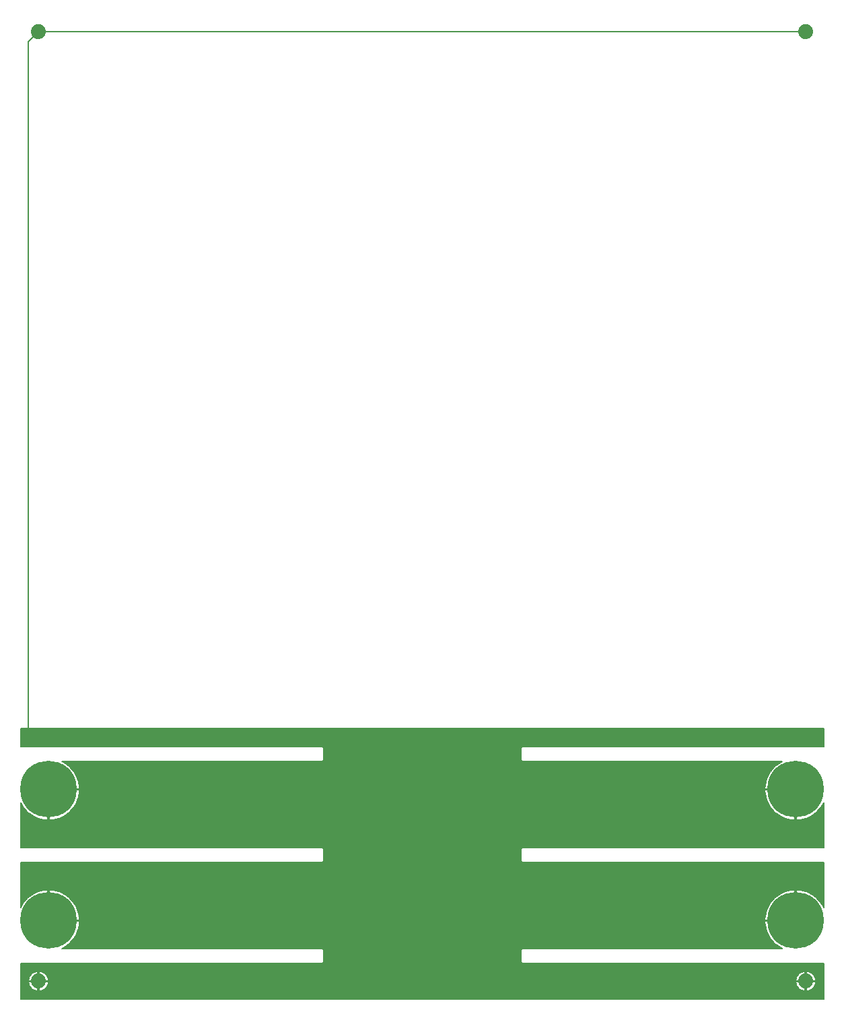
<source format=gbl>
G75*
%MOIN*%
%OFA0B0*%
%FSLAX25Y25*%
%IPPOS*%
%LPD*%
%AMOC8*
5,1,8,0,0,1.08239X$1,22.5*
%
%ADD10C,0.07400*%
%ADD11C,0.28000*%
%ADD12C,0.00600*%
D10*
X0011300Y0011300D03*
X0391300Y0011300D03*
X0391300Y0481300D03*
X0011300Y0481300D03*
D11*
X0016300Y0106300D03*
X0016300Y0041300D03*
X0386300Y0041300D03*
X0386300Y0106300D03*
D12*
X0002500Y0020100D02*
X0002500Y0002500D01*
X0400100Y0002500D01*
X0400100Y0020100D01*
X0250803Y0020100D01*
X0250100Y0020803D01*
X0250100Y0026797D01*
X0250803Y0027500D01*
X0379661Y0027500D01*
X0378425Y0028161D01*
X0377175Y0028996D01*
X0376013Y0029950D01*
X0374950Y0031013D01*
X0373996Y0032175D01*
X0373161Y0033425D01*
X0372452Y0034751D01*
X0371877Y0036139D01*
X0371441Y0037578D01*
X0371147Y0039052D01*
X0371000Y0040548D01*
X0371000Y0041000D01*
X0386000Y0041000D01*
X0386000Y0041600D01*
X0386000Y0056600D01*
X0385548Y0056600D01*
X0384052Y0056453D01*
X0382578Y0056159D01*
X0381139Y0055723D01*
X0379751Y0055148D01*
X0378425Y0054439D01*
X0377175Y0053604D01*
X0376013Y0052650D01*
X0374950Y0051587D01*
X0373996Y0050425D01*
X0373161Y0049175D01*
X0372452Y0047849D01*
X0371877Y0046461D01*
X0371441Y0045022D01*
X0371147Y0043548D01*
X0371000Y0042052D01*
X0371000Y0041600D01*
X0386000Y0041600D01*
X0386600Y0041600D01*
X0386600Y0056600D01*
X0387052Y0056600D01*
X0388548Y0056453D01*
X0390022Y0056159D01*
X0391461Y0055723D01*
X0392849Y0055148D01*
X0394175Y0054439D01*
X0395425Y0053604D01*
X0396587Y0052650D01*
X0397650Y0051587D01*
X0398604Y0050425D01*
X0399439Y0049175D01*
X0400100Y0047939D01*
X0400100Y0070100D01*
X0250803Y0070100D01*
X0250100Y0070803D01*
X0250100Y0076797D01*
X0250803Y0077500D01*
X0400100Y0077500D01*
X0400100Y0099661D01*
X0399439Y0098425D01*
X0398604Y0097175D01*
X0397650Y0096013D01*
X0396587Y0094950D01*
X0395425Y0093996D01*
X0394175Y0093161D01*
X0392849Y0092452D01*
X0391461Y0091877D01*
X0390022Y0091441D01*
X0388548Y0091147D01*
X0387052Y0091000D01*
X0386600Y0091000D01*
X0386600Y0106000D01*
X0386000Y0106000D01*
X0371000Y0106000D01*
X0371000Y0105548D01*
X0371147Y0104052D01*
X0371441Y0102578D01*
X0371877Y0101139D01*
X0372452Y0099751D01*
X0373161Y0098425D01*
X0373996Y0097175D01*
X0374950Y0096013D01*
X0376013Y0094950D01*
X0377175Y0093996D01*
X0378425Y0093161D01*
X0379751Y0092452D01*
X0381139Y0091877D01*
X0382578Y0091441D01*
X0384052Y0091147D01*
X0385548Y0091000D01*
X0386000Y0091000D01*
X0386000Y0106000D01*
X0386000Y0106600D01*
X0371000Y0106600D01*
X0371000Y0107052D01*
X0371147Y0108548D01*
X0371441Y0110022D01*
X0371877Y0111461D01*
X0372452Y0112849D01*
X0373161Y0114175D01*
X0373996Y0115425D01*
X0374950Y0116587D01*
X0376013Y0117650D01*
X0377175Y0118604D01*
X0378425Y0119439D01*
X0379661Y0120100D01*
X0250803Y0120100D01*
X0250100Y0120803D01*
X0250100Y0126797D01*
X0250803Y0127500D01*
X0400100Y0127500D01*
X0400100Y0136300D01*
X0002500Y0136300D01*
X0002500Y0127500D01*
X0151797Y0127500D01*
X0152500Y0126797D01*
X0152500Y0120803D01*
X0151797Y0120100D01*
X0022939Y0120100D01*
X0024175Y0119439D01*
X0025425Y0118604D01*
X0026587Y0117650D01*
X0027650Y0116587D01*
X0028604Y0115425D01*
X0029439Y0114175D01*
X0030148Y0112849D01*
X0030723Y0111461D01*
X0031159Y0110022D01*
X0031453Y0108548D01*
X0031600Y0107052D01*
X0031600Y0106600D01*
X0016600Y0106600D01*
X0016600Y0106000D01*
X0031600Y0106000D01*
X0031600Y0105548D01*
X0031453Y0104052D01*
X0031159Y0102578D01*
X0030723Y0101139D01*
X0030148Y0099751D01*
X0029439Y0098425D01*
X0028604Y0097175D01*
X0027650Y0096013D01*
X0026587Y0094950D01*
X0025425Y0093996D01*
X0024175Y0093161D01*
X0022849Y0092452D01*
X0021461Y0091877D01*
X0020022Y0091441D01*
X0018548Y0091147D01*
X0017052Y0091000D01*
X0016600Y0091000D01*
X0016600Y0106000D01*
X0016000Y0106000D01*
X0016000Y0091000D01*
X0015548Y0091000D01*
X0014052Y0091147D01*
X0012578Y0091441D01*
X0011139Y0091877D01*
X0009751Y0092452D01*
X0008425Y0093161D01*
X0007175Y0093996D01*
X0006013Y0094950D01*
X0004950Y0096013D01*
X0003996Y0097175D01*
X0003161Y0098425D01*
X0002500Y0099661D01*
X0002500Y0077500D01*
X0151797Y0077500D01*
X0152500Y0076797D01*
X0152500Y0070803D01*
X0151797Y0070100D01*
X0002500Y0070100D01*
X0002500Y0047939D01*
X0003161Y0049175D01*
X0003996Y0050425D01*
X0004950Y0051587D01*
X0006013Y0052650D01*
X0007175Y0053604D01*
X0008425Y0054439D01*
X0009751Y0055148D01*
X0011139Y0055723D01*
X0012578Y0056159D01*
X0014052Y0056453D01*
X0015548Y0056600D01*
X0016000Y0056600D01*
X0016000Y0041600D01*
X0016600Y0041600D01*
X0016600Y0056600D01*
X0017052Y0056600D01*
X0018548Y0056453D01*
X0020022Y0056159D01*
X0021461Y0055723D01*
X0022849Y0055148D01*
X0024175Y0054439D01*
X0025425Y0053604D01*
X0026587Y0052650D01*
X0027650Y0051587D01*
X0028604Y0050425D01*
X0029439Y0049175D01*
X0030148Y0047849D01*
X0030723Y0046461D01*
X0031159Y0045022D01*
X0031453Y0043548D01*
X0031600Y0042052D01*
X0031600Y0041600D01*
X0016600Y0041600D01*
X0016600Y0041000D01*
X0031600Y0041000D01*
X0031600Y0040548D01*
X0031453Y0039052D01*
X0031159Y0037578D01*
X0030723Y0036139D01*
X0030148Y0034751D01*
X0029439Y0033425D01*
X0028604Y0032175D01*
X0027650Y0031013D01*
X0026587Y0029950D01*
X0025425Y0028996D01*
X0024175Y0028161D01*
X0022939Y0027500D01*
X0151797Y0027500D01*
X0152500Y0026797D01*
X0152500Y0020803D01*
X0151797Y0020100D01*
X0002500Y0020100D01*
X0002500Y0019854D02*
X0400100Y0019854D01*
X0400100Y0019255D02*
X0002500Y0019255D01*
X0002500Y0018657D02*
X0400100Y0018657D01*
X0400100Y0018058D02*
X0002500Y0018058D01*
X0002500Y0017460D02*
X0400100Y0017460D01*
X0400100Y0016861D02*
X0002500Y0016861D01*
X0002500Y0016263D02*
X0010672Y0016263D01*
X0010906Y0016300D02*
X0010129Y0016177D01*
X0009381Y0015934D01*
X0008679Y0015576D01*
X0008043Y0015114D01*
X0007486Y0014557D01*
X0007024Y0013921D01*
X0006666Y0013219D01*
X0006423Y0012471D01*
X0006300Y0011694D01*
X0006300Y0011600D01*
X0011000Y0011600D01*
X0011000Y0016300D01*
X0010906Y0016300D01*
X0011000Y0016263D02*
X0011600Y0016263D01*
X0011600Y0016300D02*
X0011600Y0011600D01*
X0011000Y0011600D01*
X0011000Y0011000D01*
X0006300Y0011000D01*
X0006300Y0010906D01*
X0006423Y0010129D01*
X0006666Y0009381D01*
X0007024Y0008679D01*
X0007486Y0008043D01*
X0008043Y0007486D01*
X0008679Y0007024D01*
X0009381Y0006666D01*
X0010129Y0006423D01*
X0010906Y0006300D01*
X0011000Y0006300D01*
X0011000Y0011000D01*
X0011600Y0011000D01*
X0011600Y0011600D01*
X0016300Y0011600D01*
X0016300Y0011694D01*
X0016177Y0012471D01*
X0015934Y0013219D01*
X0015576Y0013921D01*
X0015114Y0014557D01*
X0014557Y0015114D01*
X0013921Y0015576D01*
X0013219Y0015934D01*
X0012471Y0016177D01*
X0011694Y0016300D01*
X0011600Y0016300D01*
X0011928Y0016263D02*
X0390672Y0016263D01*
X0390906Y0016300D02*
X0390129Y0016177D01*
X0389381Y0015934D01*
X0388679Y0015576D01*
X0388043Y0015114D01*
X0387486Y0014557D01*
X0387024Y0013921D01*
X0386666Y0013219D01*
X0386423Y0012471D01*
X0386300Y0011694D01*
X0386300Y0011600D01*
X0391000Y0011600D01*
X0391000Y0016300D01*
X0390906Y0016300D01*
X0391000Y0016263D02*
X0391600Y0016263D01*
X0391600Y0016300D02*
X0391600Y0011600D01*
X0391000Y0011600D01*
X0391000Y0011000D01*
X0386300Y0011000D01*
X0386300Y0010906D01*
X0386423Y0010129D01*
X0386666Y0009381D01*
X0387024Y0008679D01*
X0387486Y0008043D01*
X0388043Y0007486D01*
X0388679Y0007024D01*
X0389381Y0006666D01*
X0390129Y0006423D01*
X0390906Y0006300D01*
X0391000Y0006300D01*
X0391000Y0011000D01*
X0391600Y0011000D01*
X0391600Y0011600D01*
X0396300Y0011600D01*
X0396300Y0011694D01*
X0396177Y0012471D01*
X0395934Y0013219D01*
X0395576Y0013921D01*
X0395114Y0014557D01*
X0394557Y0015114D01*
X0393921Y0015576D01*
X0393219Y0015934D01*
X0392471Y0016177D01*
X0391694Y0016300D01*
X0391600Y0016300D01*
X0391928Y0016263D02*
X0400100Y0016263D01*
X0400100Y0015664D02*
X0393748Y0015664D01*
X0394605Y0015066D02*
X0400100Y0015066D01*
X0400100Y0014467D02*
X0395179Y0014467D01*
X0395603Y0013869D02*
X0400100Y0013869D01*
X0400100Y0013270D02*
X0395908Y0013270D01*
X0396112Y0012672D02*
X0400100Y0012672D01*
X0400100Y0012073D02*
X0396240Y0012073D01*
X0396300Y0011000D02*
X0391600Y0011000D01*
X0391600Y0006300D01*
X0391694Y0006300D01*
X0392471Y0006423D01*
X0393219Y0006666D01*
X0393921Y0007024D01*
X0394557Y0007486D01*
X0395114Y0008043D01*
X0395576Y0008679D01*
X0395934Y0009381D01*
X0396177Y0010129D01*
X0396300Y0010906D01*
X0396300Y0011000D01*
X0396295Y0010876D02*
X0400100Y0010876D01*
X0400100Y0010278D02*
X0396200Y0010278D01*
X0396031Y0009679D02*
X0400100Y0009679D01*
X0400100Y0009081D02*
X0395781Y0009081D01*
X0395433Y0008482D02*
X0400100Y0008482D01*
X0400100Y0007884D02*
X0394955Y0007884D01*
X0394280Y0007285D02*
X0400100Y0007285D01*
X0400100Y0006687D02*
X0393259Y0006687D01*
X0391600Y0006687D02*
X0391000Y0006687D01*
X0391000Y0007285D02*
X0391600Y0007285D01*
X0391600Y0007884D02*
X0391000Y0007884D01*
X0391000Y0008482D02*
X0391600Y0008482D01*
X0391600Y0009081D02*
X0391000Y0009081D01*
X0391000Y0009679D02*
X0391600Y0009679D01*
X0391600Y0010278D02*
X0391000Y0010278D01*
X0391000Y0010876D02*
X0391600Y0010876D01*
X0391600Y0011475D02*
X0400100Y0011475D01*
X0400100Y0006088D02*
X0002500Y0006088D01*
X0002500Y0005490D02*
X0400100Y0005490D01*
X0400100Y0004891D02*
X0002500Y0004891D01*
X0002500Y0004293D02*
X0400100Y0004293D01*
X0400100Y0003694D02*
X0002500Y0003694D01*
X0002500Y0003096D02*
X0400100Y0003096D01*
X0391600Y0012073D02*
X0391000Y0012073D01*
X0391000Y0011475D02*
X0011600Y0011475D01*
X0011600Y0011000D02*
X0016300Y0011000D01*
X0016300Y0010906D01*
X0016177Y0010129D01*
X0015934Y0009381D01*
X0015576Y0008679D01*
X0015114Y0008043D01*
X0014557Y0007486D01*
X0013921Y0007024D01*
X0013219Y0006666D01*
X0012471Y0006423D01*
X0011694Y0006300D01*
X0011600Y0006300D01*
X0011600Y0011000D01*
X0011600Y0010876D02*
X0011000Y0010876D01*
X0011000Y0010278D02*
X0011600Y0010278D01*
X0011600Y0009679D02*
X0011000Y0009679D01*
X0011000Y0009081D02*
X0011600Y0009081D01*
X0011600Y0008482D02*
X0011000Y0008482D01*
X0011000Y0007884D02*
X0011600Y0007884D01*
X0011600Y0007285D02*
X0011000Y0007285D01*
X0011000Y0006687D02*
X0011600Y0006687D01*
X0013259Y0006687D02*
X0389341Y0006687D01*
X0388319Y0007285D02*
X0014280Y0007285D01*
X0014955Y0007884D02*
X0387645Y0007884D01*
X0387167Y0008482D02*
X0015433Y0008482D01*
X0015781Y0009081D02*
X0386819Y0009081D01*
X0386569Y0009679D02*
X0016031Y0009679D01*
X0016200Y0010278D02*
X0386400Y0010278D01*
X0386305Y0010876D02*
X0016295Y0010876D01*
X0016240Y0012073D02*
X0386360Y0012073D01*
X0386488Y0012672D02*
X0016112Y0012672D01*
X0015908Y0013270D02*
X0386692Y0013270D01*
X0386997Y0013869D02*
X0015603Y0013869D01*
X0015179Y0014467D02*
X0387421Y0014467D01*
X0387995Y0015066D02*
X0014605Y0015066D01*
X0013748Y0015664D02*
X0388852Y0015664D01*
X0391000Y0015664D02*
X0391600Y0015664D01*
X0391600Y0015066D02*
X0391000Y0015066D01*
X0391000Y0014467D02*
X0391600Y0014467D01*
X0391600Y0013869D02*
X0391000Y0013869D01*
X0391000Y0013270D02*
X0391600Y0013270D01*
X0391600Y0012672D02*
X0391000Y0012672D01*
X0379410Y0027634D02*
X0023190Y0027634D01*
X0024283Y0028233D02*
X0378317Y0028233D01*
X0377421Y0028832D02*
X0025179Y0028832D01*
X0025954Y0029430D02*
X0376646Y0029430D01*
X0375934Y0030029D02*
X0026666Y0030029D01*
X0027265Y0030627D02*
X0375335Y0030627D01*
X0374775Y0031226D02*
X0027825Y0031226D01*
X0028316Y0031824D02*
X0374284Y0031824D01*
X0373831Y0032423D02*
X0028769Y0032423D01*
X0029169Y0033021D02*
X0373431Y0033021D01*
X0373057Y0033620D02*
X0029543Y0033620D01*
X0029863Y0034218D02*
X0372737Y0034218D01*
X0372425Y0034817D02*
X0030175Y0034817D01*
X0030423Y0035415D02*
X0372177Y0035415D01*
X0371929Y0036014D02*
X0030671Y0036014D01*
X0030866Y0036612D02*
X0371734Y0036612D01*
X0371552Y0037211D02*
X0031048Y0037211D01*
X0031205Y0037809D02*
X0371395Y0037809D01*
X0371276Y0038408D02*
X0031324Y0038408D01*
X0031443Y0039006D02*
X0371157Y0039006D01*
X0371093Y0039605D02*
X0031507Y0039605D01*
X0031566Y0040203D02*
X0371034Y0040203D01*
X0371000Y0040802D02*
X0031600Y0040802D01*
X0031600Y0041999D02*
X0371000Y0041999D01*
X0371054Y0042597D02*
X0031546Y0042597D01*
X0031487Y0043196D02*
X0371113Y0043196D01*
X0371196Y0043794D02*
X0031404Y0043794D01*
X0031285Y0044393D02*
X0371315Y0044393D01*
X0371435Y0044991D02*
X0031165Y0044991D01*
X0030987Y0045590D02*
X0371613Y0045590D01*
X0371794Y0046188D02*
X0030806Y0046188D01*
X0030588Y0046787D02*
X0372012Y0046787D01*
X0372260Y0047385D02*
X0030340Y0047385D01*
X0030076Y0047984D02*
X0372524Y0047984D01*
X0372844Y0048582D02*
X0029756Y0048582D01*
X0029435Y0049181D02*
X0373165Y0049181D01*
X0373565Y0049779D02*
X0029035Y0049779D01*
X0028635Y0050378D02*
X0373965Y0050378D01*
X0374449Y0050976D02*
X0028151Y0050976D01*
X0027660Y0051575D02*
X0374940Y0051575D01*
X0375536Y0052173D02*
X0027064Y0052173D01*
X0026439Y0052772D02*
X0376161Y0052772D01*
X0376890Y0053370D02*
X0025710Y0053370D01*
X0024879Y0053969D02*
X0377721Y0053969D01*
X0378665Y0054568D02*
X0023935Y0054568D01*
X0022805Y0055166D02*
X0379795Y0055166D01*
X0381276Y0055765D02*
X0021324Y0055765D01*
X0018998Y0056363D02*
X0383602Y0056363D01*
X0386000Y0056363D02*
X0386600Y0056363D01*
X0386600Y0055765D02*
X0386000Y0055765D01*
X0386000Y0055166D02*
X0386600Y0055166D01*
X0386600Y0054568D02*
X0386000Y0054568D01*
X0386000Y0053969D02*
X0386600Y0053969D01*
X0386600Y0053370D02*
X0386000Y0053370D01*
X0386000Y0052772D02*
X0386600Y0052772D01*
X0386600Y0052173D02*
X0386000Y0052173D01*
X0386000Y0051575D02*
X0386600Y0051575D01*
X0386600Y0050976D02*
X0386000Y0050976D01*
X0386000Y0050378D02*
X0386600Y0050378D01*
X0386600Y0049779D02*
X0386000Y0049779D01*
X0386000Y0049181D02*
X0386600Y0049181D01*
X0386600Y0048582D02*
X0386000Y0048582D01*
X0386000Y0047984D02*
X0386600Y0047984D01*
X0386600Y0047385D02*
X0386000Y0047385D01*
X0386000Y0046787D02*
X0386600Y0046787D01*
X0386600Y0046188D02*
X0386000Y0046188D01*
X0386000Y0045590D02*
X0386600Y0045590D01*
X0386600Y0044991D02*
X0386000Y0044991D01*
X0386000Y0044393D02*
X0386600Y0044393D01*
X0386600Y0043794D02*
X0386000Y0043794D01*
X0386000Y0043196D02*
X0386600Y0043196D01*
X0386600Y0042597D02*
X0386000Y0042597D01*
X0386000Y0041999D02*
X0386600Y0041999D01*
X0386000Y0041400D02*
X0016600Y0041400D01*
X0016600Y0041999D02*
X0016000Y0041999D01*
X0016000Y0042597D02*
X0016600Y0042597D01*
X0016600Y0043196D02*
X0016000Y0043196D01*
X0016000Y0043794D02*
X0016600Y0043794D01*
X0016600Y0044393D02*
X0016000Y0044393D01*
X0016000Y0044991D02*
X0016600Y0044991D01*
X0016600Y0045590D02*
X0016000Y0045590D01*
X0016000Y0046188D02*
X0016600Y0046188D01*
X0016600Y0046787D02*
X0016000Y0046787D01*
X0016000Y0047385D02*
X0016600Y0047385D01*
X0016600Y0047984D02*
X0016000Y0047984D01*
X0016000Y0048582D02*
X0016600Y0048582D01*
X0016600Y0049181D02*
X0016000Y0049181D01*
X0016000Y0049779D02*
X0016600Y0049779D01*
X0016600Y0050378D02*
X0016000Y0050378D01*
X0016000Y0050976D02*
X0016600Y0050976D01*
X0016600Y0051575D02*
X0016000Y0051575D01*
X0016000Y0052173D02*
X0016600Y0052173D01*
X0016600Y0052772D02*
X0016000Y0052772D01*
X0016000Y0053370D02*
X0016600Y0053370D01*
X0016600Y0053969D02*
X0016000Y0053969D01*
X0016000Y0054568D02*
X0016600Y0054568D01*
X0016600Y0055166D02*
X0016000Y0055166D01*
X0016000Y0055765D02*
X0016600Y0055765D01*
X0016600Y0056363D02*
X0016000Y0056363D01*
X0013602Y0056363D02*
X0002500Y0056363D01*
X0002500Y0055765D02*
X0011276Y0055765D01*
X0009795Y0055166D02*
X0002500Y0055166D01*
X0002500Y0054568D02*
X0008665Y0054568D01*
X0007721Y0053969D02*
X0002500Y0053969D01*
X0002500Y0053370D02*
X0006890Y0053370D01*
X0006161Y0052772D02*
X0002500Y0052772D01*
X0002500Y0052173D02*
X0005536Y0052173D01*
X0004940Y0051575D02*
X0002500Y0051575D01*
X0002500Y0050976D02*
X0004449Y0050976D01*
X0003965Y0050378D02*
X0002500Y0050378D01*
X0002500Y0049779D02*
X0003565Y0049779D01*
X0003165Y0049181D02*
X0002500Y0049181D01*
X0002500Y0048582D02*
X0002844Y0048582D01*
X0002524Y0047984D02*
X0002500Y0047984D01*
X0002500Y0056962D02*
X0400100Y0056962D01*
X0400100Y0057560D02*
X0002500Y0057560D01*
X0002500Y0058159D02*
X0400100Y0058159D01*
X0400100Y0058757D02*
X0002500Y0058757D01*
X0002500Y0059356D02*
X0400100Y0059356D01*
X0400100Y0059954D02*
X0002500Y0059954D01*
X0002500Y0060553D02*
X0400100Y0060553D01*
X0400100Y0061151D02*
X0002500Y0061151D01*
X0002500Y0061750D02*
X0400100Y0061750D01*
X0400100Y0062348D02*
X0002500Y0062348D01*
X0002500Y0062947D02*
X0400100Y0062947D01*
X0400100Y0063545D02*
X0002500Y0063545D01*
X0002500Y0064144D02*
X0400100Y0064144D01*
X0400100Y0064742D02*
X0002500Y0064742D01*
X0002500Y0065341D02*
X0400100Y0065341D01*
X0400100Y0065939D02*
X0002500Y0065939D01*
X0002500Y0066538D02*
X0400100Y0066538D01*
X0400100Y0067136D02*
X0002500Y0067136D01*
X0002500Y0067735D02*
X0400100Y0067735D01*
X0400100Y0068333D02*
X0002500Y0068333D01*
X0002500Y0068932D02*
X0400100Y0068932D01*
X0400100Y0069530D02*
X0002500Y0069530D01*
X0002500Y0077909D02*
X0400100Y0077909D01*
X0400100Y0078508D02*
X0002500Y0078508D01*
X0002500Y0079106D02*
X0400100Y0079106D01*
X0400100Y0079705D02*
X0002500Y0079705D01*
X0002500Y0080303D02*
X0400100Y0080303D01*
X0400100Y0080902D02*
X0002500Y0080902D01*
X0002500Y0081501D02*
X0400100Y0081501D01*
X0400100Y0082099D02*
X0002500Y0082099D01*
X0002500Y0082698D02*
X0400100Y0082698D01*
X0400100Y0083296D02*
X0002500Y0083296D01*
X0002500Y0083895D02*
X0400100Y0083895D01*
X0400100Y0084493D02*
X0002500Y0084493D01*
X0002500Y0085092D02*
X0400100Y0085092D01*
X0400100Y0085690D02*
X0002500Y0085690D01*
X0002500Y0086289D02*
X0400100Y0086289D01*
X0400100Y0086887D02*
X0002500Y0086887D01*
X0002500Y0087486D02*
X0400100Y0087486D01*
X0400100Y0088084D02*
X0002500Y0088084D01*
X0002500Y0088683D02*
X0400100Y0088683D01*
X0400100Y0089281D02*
X0002500Y0089281D01*
X0002500Y0089880D02*
X0400100Y0089880D01*
X0400100Y0090478D02*
X0002500Y0090478D01*
X0002500Y0091077D02*
X0014770Y0091077D01*
X0016000Y0091077D02*
X0016600Y0091077D01*
X0016600Y0091675D02*
X0016000Y0091675D01*
X0016000Y0092274D02*
X0016600Y0092274D01*
X0016600Y0092872D02*
X0016000Y0092872D01*
X0016000Y0093471D02*
X0016600Y0093471D01*
X0016600Y0094069D02*
X0016000Y0094069D01*
X0016000Y0094668D02*
X0016600Y0094668D01*
X0016600Y0095266D02*
X0016000Y0095266D01*
X0016000Y0095865D02*
X0016600Y0095865D01*
X0016600Y0096463D02*
X0016000Y0096463D01*
X0016000Y0097062D02*
X0016600Y0097062D01*
X0016600Y0097660D02*
X0016000Y0097660D01*
X0016000Y0098259D02*
X0016600Y0098259D01*
X0016600Y0098857D02*
X0016000Y0098857D01*
X0016000Y0099456D02*
X0016600Y0099456D01*
X0016600Y0100054D02*
X0016000Y0100054D01*
X0016000Y0100653D02*
X0016600Y0100653D01*
X0016600Y0101251D02*
X0016000Y0101251D01*
X0016000Y0101850D02*
X0016600Y0101850D01*
X0016600Y0102448D02*
X0016000Y0102448D01*
X0016000Y0103047D02*
X0016600Y0103047D01*
X0016600Y0103645D02*
X0016000Y0103645D01*
X0016000Y0104244D02*
X0016600Y0104244D01*
X0016600Y0104842D02*
X0016000Y0104842D01*
X0016000Y0105441D02*
X0016600Y0105441D01*
X0016600Y0106039D02*
X0386000Y0106039D01*
X0386000Y0105441D02*
X0386600Y0105441D01*
X0386600Y0104842D02*
X0386000Y0104842D01*
X0386000Y0104244D02*
X0386600Y0104244D01*
X0386600Y0103645D02*
X0386000Y0103645D01*
X0386000Y0103047D02*
X0386600Y0103047D01*
X0386600Y0102448D02*
X0386000Y0102448D01*
X0386000Y0101850D02*
X0386600Y0101850D01*
X0386600Y0101251D02*
X0386000Y0101251D01*
X0386000Y0100653D02*
X0386600Y0100653D01*
X0386600Y0100054D02*
X0386000Y0100054D01*
X0386000Y0099456D02*
X0386600Y0099456D01*
X0386600Y0098857D02*
X0386000Y0098857D01*
X0386000Y0098259D02*
X0386600Y0098259D01*
X0386600Y0097660D02*
X0386000Y0097660D01*
X0386000Y0097062D02*
X0386600Y0097062D01*
X0386600Y0096463D02*
X0386000Y0096463D01*
X0386000Y0095865D02*
X0386600Y0095865D01*
X0386600Y0095266D02*
X0386000Y0095266D01*
X0386000Y0094668D02*
X0386600Y0094668D01*
X0386600Y0094069D02*
X0386000Y0094069D01*
X0386000Y0093471D02*
X0386600Y0093471D01*
X0386600Y0092872D02*
X0386000Y0092872D01*
X0386000Y0092274D02*
X0386600Y0092274D01*
X0386600Y0091675D02*
X0386000Y0091675D01*
X0386000Y0091077D02*
X0386600Y0091077D01*
X0387830Y0091077D02*
X0400100Y0091077D01*
X0400100Y0091675D02*
X0390795Y0091675D01*
X0392418Y0092274D02*
X0400100Y0092274D01*
X0400100Y0092872D02*
X0393635Y0092872D01*
X0394639Y0093471D02*
X0400100Y0093471D01*
X0400100Y0094069D02*
X0395514Y0094069D01*
X0396244Y0094668D02*
X0400100Y0094668D01*
X0400100Y0095266D02*
X0396904Y0095266D01*
X0397502Y0095865D02*
X0400100Y0095865D01*
X0400100Y0096463D02*
X0398020Y0096463D01*
X0398511Y0097062D02*
X0400100Y0097062D01*
X0400100Y0097660D02*
X0398928Y0097660D01*
X0399328Y0098259D02*
X0400100Y0098259D01*
X0400100Y0098857D02*
X0399670Y0098857D01*
X0399990Y0099456D02*
X0400100Y0099456D01*
X0384770Y0091077D02*
X0017830Y0091077D01*
X0020795Y0091675D02*
X0381805Y0091675D01*
X0380182Y0092274D02*
X0022418Y0092274D01*
X0023635Y0092872D02*
X0378965Y0092872D01*
X0377961Y0093471D02*
X0024639Y0093471D01*
X0025514Y0094069D02*
X0377086Y0094069D01*
X0376356Y0094668D02*
X0026244Y0094668D01*
X0026904Y0095266D02*
X0375696Y0095266D01*
X0375098Y0095865D02*
X0027502Y0095865D01*
X0028020Y0096463D02*
X0374580Y0096463D01*
X0374089Y0097062D02*
X0028511Y0097062D01*
X0028928Y0097660D02*
X0373672Y0097660D01*
X0373272Y0098259D02*
X0029328Y0098259D01*
X0029670Y0098857D02*
X0372930Y0098857D01*
X0372610Y0099456D02*
X0029990Y0099456D01*
X0030274Y0100054D02*
X0372326Y0100054D01*
X0372079Y0100653D02*
X0030521Y0100653D01*
X0030757Y0101251D02*
X0371843Y0101251D01*
X0371661Y0101850D02*
X0030939Y0101850D01*
X0031120Y0102448D02*
X0371480Y0102448D01*
X0371347Y0103047D02*
X0031253Y0103047D01*
X0031372Y0103645D02*
X0371228Y0103645D01*
X0371128Y0104244D02*
X0031472Y0104244D01*
X0031530Y0104842D02*
X0371070Y0104842D01*
X0371011Y0105441D02*
X0031589Y0105441D01*
X0031600Y0106638D02*
X0371000Y0106638D01*
X0371018Y0107237D02*
X0031582Y0107237D01*
X0031523Y0107835D02*
X0371077Y0107835D01*
X0371136Y0108434D02*
X0031464Y0108434D01*
X0031356Y0109032D02*
X0371244Y0109032D01*
X0371363Y0109631D02*
X0031237Y0109631D01*
X0031097Y0110229D02*
X0371503Y0110229D01*
X0371685Y0110828D02*
X0030915Y0110828D01*
X0030733Y0111426D02*
X0371867Y0111426D01*
X0372111Y0112025D02*
X0030489Y0112025D01*
X0030241Y0112623D02*
X0372359Y0112623D01*
X0372651Y0113222D02*
X0029949Y0113222D01*
X0029629Y0113820D02*
X0372971Y0113820D01*
X0373324Y0114419D02*
X0029276Y0114419D01*
X0028877Y0115017D02*
X0373723Y0115017D01*
X0374152Y0115616D02*
X0028448Y0115616D01*
X0027956Y0116214D02*
X0374644Y0116214D01*
X0375175Y0116813D02*
X0027425Y0116813D01*
X0026826Y0117411D02*
X0375774Y0117411D01*
X0376451Y0118010D02*
X0026149Y0118010D01*
X0025419Y0118608D02*
X0377181Y0118608D01*
X0378077Y0119207D02*
X0024523Y0119207D01*
X0023490Y0119805D02*
X0379110Y0119805D01*
X0400100Y0127586D02*
X0002500Y0127586D01*
X0002500Y0128184D02*
X0400100Y0128184D01*
X0400100Y0128783D02*
X0002500Y0128783D01*
X0002500Y0129381D02*
X0400100Y0129381D01*
X0400100Y0129980D02*
X0002500Y0129980D01*
X0002500Y0130578D02*
X0400100Y0130578D01*
X0400100Y0131177D02*
X0002500Y0131177D01*
X0002500Y0131775D02*
X0400100Y0131775D01*
X0400100Y0132374D02*
X0002500Y0132374D01*
X0002500Y0132972D02*
X0400100Y0132972D01*
X0400100Y0133571D02*
X0002500Y0133571D01*
X0002500Y0134170D02*
X0400100Y0134170D01*
X0400100Y0134768D02*
X0002500Y0134768D01*
X0002500Y0135367D02*
X0400100Y0135367D01*
X0400100Y0135965D02*
X0002500Y0135965D01*
X0006300Y0131300D02*
X0006300Y0476300D01*
X0011300Y0481300D01*
X0391300Y0481300D01*
X0250290Y0126987D02*
X0152310Y0126987D01*
X0152500Y0126389D02*
X0250100Y0126389D01*
X0250100Y0125790D02*
X0152500Y0125790D01*
X0152500Y0125192D02*
X0250100Y0125192D01*
X0250100Y0124593D02*
X0152500Y0124593D01*
X0152500Y0123995D02*
X0250100Y0123995D01*
X0250100Y0123396D02*
X0152500Y0123396D01*
X0152500Y0122798D02*
X0250100Y0122798D01*
X0250100Y0122199D02*
X0152500Y0122199D01*
X0152500Y0121601D02*
X0250100Y0121601D01*
X0250100Y0121002D02*
X0152500Y0121002D01*
X0152101Y0120404D02*
X0250499Y0120404D01*
X0250614Y0077311D02*
X0151986Y0077311D01*
X0152500Y0076712D02*
X0250100Y0076712D01*
X0250100Y0076114D02*
X0152500Y0076114D01*
X0152500Y0075515D02*
X0250100Y0075515D01*
X0250100Y0074917D02*
X0152500Y0074917D01*
X0152500Y0074318D02*
X0250100Y0074318D01*
X0250100Y0073720D02*
X0152500Y0073720D01*
X0152500Y0073121D02*
X0250100Y0073121D01*
X0250100Y0072523D02*
X0152500Y0072523D01*
X0152500Y0071924D02*
X0250100Y0071924D01*
X0250100Y0071326D02*
X0152500Y0071326D01*
X0152424Y0070727D02*
X0250176Y0070727D01*
X0250774Y0070129D02*
X0151826Y0070129D01*
X0152261Y0027036D02*
X0250339Y0027036D01*
X0250100Y0026437D02*
X0152500Y0026437D01*
X0152500Y0025839D02*
X0250100Y0025839D01*
X0250100Y0025240D02*
X0152500Y0025240D01*
X0152500Y0024642D02*
X0250100Y0024642D01*
X0250100Y0024043D02*
X0152500Y0024043D01*
X0152500Y0023445D02*
X0250100Y0023445D01*
X0250100Y0022846D02*
X0152500Y0022846D01*
X0152500Y0022248D02*
X0250100Y0022248D01*
X0250100Y0021649D02*
X0152500Y0021649D01*
X0152500Y0021051D02*
X0250100Y0021051D01*
X0250451Y0020452D02*
X0152149Y0020452D01*
X0011600Y0015664D02*
X0011000Y0015664D01*
X0011000Y0015066D02*
X0011600Y0015066D01*
X0011600Y0014467D02*
X0011000Y0014467D01*
X0011000Y0013869D02*
X0011600Y0013869D01*
X0011600Y0013270D02*
X0011000Y0013270D01*
X0011000Y0012672D02*
X0011600Y0012672D01*
X0011600Y0012073D02*
X0011000Y0012073D01*
X0011000Y0011475D02*
X0002500Y0011475D01*
X0002500Y0012073D02*
X0006360Y0012073D01*
X0006488Y0012672D02*
X0002500Y0012672D01*
X0002500Y0013270D02*
X0006692Y0013270D01*
X0006997Y0013869D02*
X0002500Y0013869D01*
X0002500Y0014467D02*
X0007421Y0014467D01*
X0007995Y0015066D02*
X0002500Y0015066D01*
X0002500Y0015664D02*
X0008852Y0015664D01*
X0006305Y0010876D02*
X0002500Y0010876D01*
X0002500Y0010278D02*
X0006400Y0010278D01*
X0006569Y0009679D02*
X0002500Y0009679D01*
X0002500Y0009081D02*
X0006819Y0009081D01*
X0007167Y0008482D02*
X0002500Y0008482D01*
X0002500Y0007884D02*
X0007645Y0007884D01*
X0008319Y0007285D02*
X0002500Y0007285D01*
X0002500Y0006687D02*
X0009341Y0006687D01*
X0011805Y0091675D02*
X0002500Y0091675D01*
X0002500Y0092274D02*
X0010182Y0092274D01*
X0008965Y0092872D02*
X0002500Y0092872D01*
X0002500Y0093471D02*
X0007961Y0093471D01*
X0007086Y0094069D02*
X0002500Y0094069D01*
X0002500Y0094668D02*
X0006356Y0094668D01*
X0005696Y0095266D02*
X0002500Y0095266D01*
X0002500Y0095865D02*
X0005098Y0095865D01*
X0004580Y0096463D02*
X0002500Y0096463D01*
X0002500Y0097062D02*
X0004089Y0097062D01*
X0003672Y0097660D02*
X0002500Y0097660D01*
X0002500Y0098259D02*
X0003272Y0098259D01*
X0002930Y0098857D02*
X0002500Y0098857D01*
X0002500Y0099456D02*
X0002610Y0099456D01*
X0388998Y0056363D02*
X0400100Y0056363D01*
X0400100Y0055765D02*
X0391324Y0055765D01*
X0392805Y0055166D02*
X0400100Y0055166D01*
X0400100Y0054568D02*
X0393935Y0054568D01*
X0394879Y0053969D02*
X0400100Y0053969D01*
X0400100Y0053370D02*
X0395710Y0053370D01*
X0396439Y0052772D02*
X0400100Y0052772D01*
X0400100Y0052173D02*
X0397064Y0052173D01*
X0397660Y0051575D02*
X0400100Y0051575D01*
X0400100Y0050976D02*
X0398151Y0050976D01*
X0398635Y0050378D02*
X0400100Y0050378D01*
X0400100Y0049779D02*
X0399035Y0049779D01*
X0399435Y0049181D02*
X0400100Y0049181D01*
X0400100Y0048582D02*
X0399756Y0048582D01*
X0400076Y0047984D02*
X0400100Y0047984D01*
M02*

</source>
